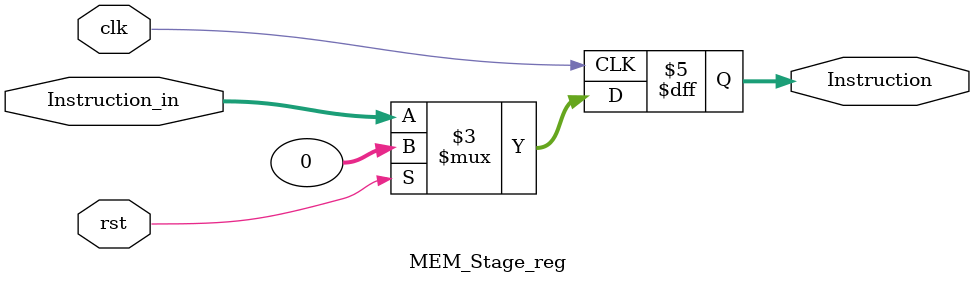
<source format=v>
module MEM_Stage_reg
	(
		clk,
		rst,
		Instruction_in,
		Instruction
	);
	
	// input and output ports
	input			clk;
	input			rst;
	input	[31:0]	Instruction_in;
	output	[31:0]	Instruction;
	
	// registers
	reg		[31:0]	Instruction;
	
	// build module
	always @(posedge clk)
	begin
		if(rst)
			Instruction <= 32'b0;
		else
			Instruction = Instruction_in;
	end
	
endmodule

</source>
